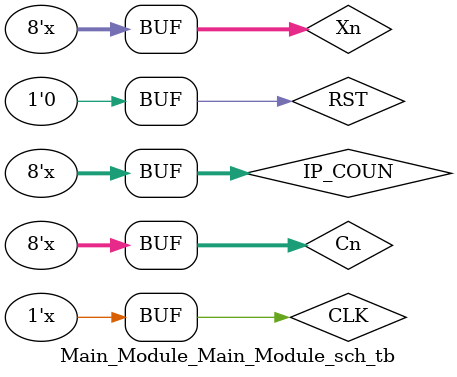
<source format=v>

`timescale 1ns / 1ps

module Main_Module_Main_Module_sch_tb();

// Inputs
   reg [7:0] IP_COUN;
   reg RST;
   reg CLK;
   reg [7:0] Xn;
   reg [7:0] Cn;

// Output
   wire [31:0] OP_AR;

// Bidirs

// Instantiate the UUT
   Main_Module UUT (
		.IP_COUN(IP_COUN), 
		.OP_AR(OP_AR), 
		.RST(RST), 
		.CLK(CLK), 
		.Xn(Xn), 
		.Cn(Cn)
   );
// Initialize Inputs

	initial begin
		IP_COUN = 0;
		RST = 1;
		CLK = 1;
		Xn = 1;
		Cn = 1;
		#5;
		RST = 0;
   end
	
	always
	begin
	#20;
	Xn = Xn +1;
	Cn = Cn +1;
	IP_COUN = IP_COUN +1;
	end
	
	always
	begin
	#10;
	CLK = ~CLK;
	end
endmodule

</source>
